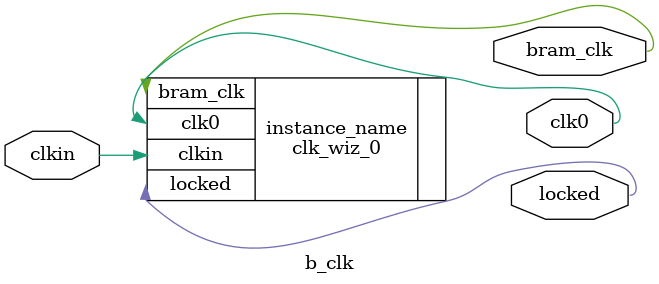
<source format=v>
`timescale 1ns / 1ps

module b_clk(clkin,bram_clk,clk0,locked);
input  clkin;
output bram_clk,clk0,locked;
  clk_wiz_0 instance_name
   (
    // Clock out ports
    .clk0(clk0),     // output clk0
    .bram_clk(bram_clk),     // output bram_clk
    // Status and control signals
    .locked(locked),       // output locked
   // Clock in ports
    .clkin(clkin));      // input clkin
// INST_TAG_END ------ End INSTANTIATION Template ---------
endmodule
</source>
